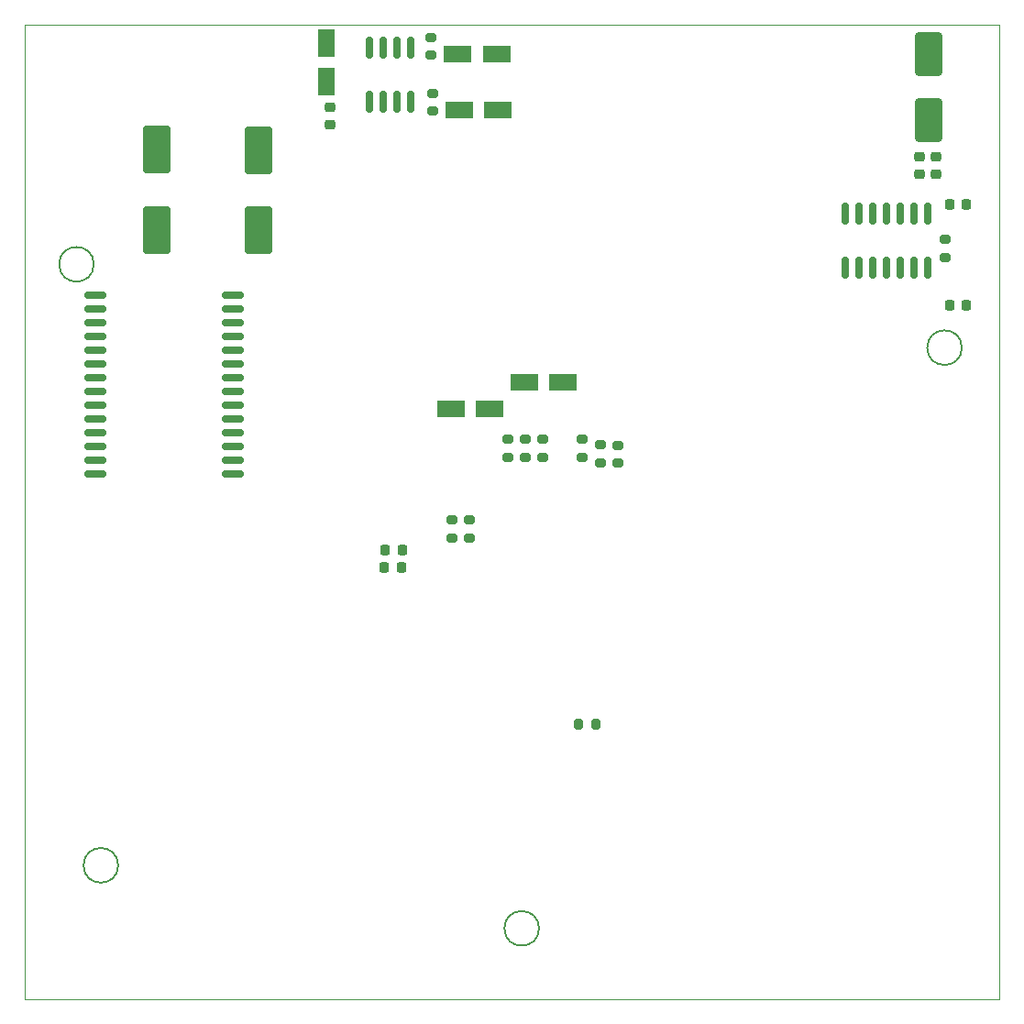
<source format=gtp>
%TF.GenerationSoftware,KiCad,Pcbnew,8.0.7-1.fc39*%
%TF.CreationDate,2025-01-27T15:10:01+03:00*%
%TF.ProjectId,rev.1_f,7265762e-315f-4662-9e6b-696361645f70,rev?*%
%TF.SameCoordinates,Original*%
%TF.FileFunction,Paste,Top*%
%TF.FilePolarity,Positive*%
%FSLAX46Y46*%
G04 Gerber Fmt 4.6, Leading zero omitted, Abs format (unit mm)*
G04 Created by KiCad (PCBNEW 8.0.7-1.fc39) date 2025-01-27 15:10:01*
%MOMM*%
%LPD*%
G01*
G04 APERTURE LIST*
G04 Aperture macros list*
%AMRoundRect*
0 Rectangle with rounded corners*
0 $1 Rounding radius*
0 $2 $3 $4 $5 $6 $7 $8 $9 X,Y pos of 4 corners*
0 Add a 4 corners polygon primitive as box body*
4,1,4,$2,$3,$4,$5,$6,$7,$8,$9,$2,$3,0*
0 Add four circle primitives for the rounded corners*
1,1,$1+$1,$2,$3*
1,1,$1+$1,$4,$5*
1,1,$1+$1,$6,$7*
1,1,$1+$1,$8,$9*
0 Add four rect primitives between the rounded corners*
20,1,$1+$1,$2,$3,$4,$5,0*
20,1,$1+$1,$4,$5,$6,$7,0*
20,1,$1+$1,$6,$7,$8,$9,0*
20,1,$1+$1,$8,$9,$2,$3,0*%
G04 Aperture macros list end*
%ADD10RoundRect,0.200000X-0.275000X0.200000X-0.275000X-0.200000X0.275000X-0.200000X0.275000X0.200000X0*%
%ADD11RoundRect,0.225000X-0.250000X0.225000X-0.250000X-0.225000X0.250000X-0.225000X0.250000X0.225000X0*%
%ADD12RoundRect,0.200000X0.275000X-0.200000X0.275000X0.200000X-0.275000X0.200000X-0.275000X-0.200000X0*%
%ADD13RoundRect,0.218750X-0.218750X-0.256250X0.218750X-0.256250X0.218750X0.256250X-0.218750X0.256250X0*%
%ADD14RoundRect,0.150000X-0.150000X0.825000X-0.150000X-0.825000X0.150000X-0.825000X0.150000X0.825000X0*%
%ADD15RoundRect,0.225000X-0.225000X-0.250000X0.225000X-0.250000X0.225000X0.250000X-0.225000X0.250000X0*%
%ADD16RoundRect,0.250000X-1.050000X-0.550000X1.050000X-0.550000X1.050000X0.550000X-1.050000X0.550000X0*%
%ADD17RoundRect,0.150000X0.875000X0.150000X-0.875000X0.150000X-0.875000X-0.150000X0.875000X-0.150000X0*%
%ADD18RoundRect,0.200000X0.200000X0.275000X-0.200000X0.275000X-0.200000X-0.275000X0.200000X-0.275000X0*%
%ADD19RoundRect,0.250000X-1.000000X1.950000X-1.000000X-1.950000X1.000000X-1.950000X1.000000X1.950000X0*%
%ADD20RoundRect,0.218750X-0.256250X0.218750X-0.256250X-0.218750X0.256250X-0.218750X0.256250X0.218750X0*%
%ADD21RoundRect,0.250000X1.000000X-1.750000X1.000000X1.750000X-1.000000X1.750000X-1.000000X-1.750000X0*%
%ADD22RoundRect,0.250000X0.550000X-1.050000X0.550000X1.050000X-0.550000X1.050000X-0.550000X-1.050000X0*%
%ADD23RoundRect,0.150000X0.150000X-0.825000X0.150000X0.825000X-0.150000X0.825000X-0.150000X-0.825000X0*%
%TA.AperFunction,Profile*%
%ADD24C,0.200000*%
%TD*%
%TA.AperFunction,Profile*%
%ADD25C,0.100000*%
%TD*%
G04 APERTURE END LIST*
D10*
%TO.C,R15*%
X156595000Y-92455000D03*
X156595000Y-94105000D03*
%TD*%
D11*
%TO.C,C43*%
X189305000Y-66360000D03*
X189305000Y-67910000D03*
%TD*%
D12*
%TO.C,R34*%
X142655000Y-56975000D03*
X142655000Y-55325000D03*
%TD*%
D13*
%TO.C,L5*%
X138327500Y-104270000D03*
X139902500Y-104270000D03*
%TD*%
D14*
%TO.C,DA2*%
X140755000Y-56270000D03*
X139485000Y-56270000D03*
X138215000Y-56270000D03*
X136945000Y-56270000D03*
X136945000Y-61220000D03*
X138215000Y-61220000D03*
X139485000Y-61220000D03*
X140755000Y-61220000D03*
%TD*%
D11*
%TO.C,C27*%
X133285000Y-61795000D03*
X133285000Y-63345000D03*
%TD*%
D15*
%TO.C,C30*%
X190510000Y-70770000D03*
X192060000Y-70770000D03*
%TD*%
D10*
%TO.C,R14*%
X159905000Y-92985000D03*
X159905000Y-94635000D03*
%TD*%
D16*
%TO.C,C23*%
X151235000Y-87160000D03*
X154835000Y-87160000D03*
%TD*%
D10*
%TO.C,R17*%
X149755000Y-92445000D03*
X149755000Y-94095000D03*
%TD*%
D17*
%TO.C,DD6*%
X124350000Y-95670000D03*
X124350000Y-94400000D03*
X124350000Y-93130000D03*
X124350000Y-91860000D03*
X124350000Y-90590000D03*
X124350000Y-89320000D03*
X124350000Y-88050000D03*
X124350000Y-86780000D03*
X124350000Y-85510000D03*
X124350000Y-84240000D03*
X124350000Y-82970000D03*
X124350000Y-81700000D03*
X124350000Y-80430000D03*
X124350000Y-79160000D03*
X111650000Y-79160000D03*
X111650000Y-80430000D03*
X111650000Y-81700000D03*
X111650000Y-82970000D03*
X111650000Y-84240000D03*
X111650000Y-85510000D03*
X111650000Y-86780000D03*
X111650000Y-88050000D03*
X111650000Y-89320000D03*
X111650000Y-90590000D03*
X111650000Y-91860000D03*
X111650000Y-93130000D03*
X111650000Y-94400000D03*
X111650000Y-95670000D03*
%TD*%
D18*
%TO.C,R2*%
X157890000Y-118750000D03*
X156240000Y-118750000D03*
%TD*%
D15*
%TO.C,C8*%
X138410000Y-102620000D03*
X139960000Y-102620000D03*
%TD*%
D12*
%TO.C,R37*%
X190105000Y-75610000D03*
X190105000Y-73960000D03*
%TD*%
D15*
%TO.C,C31*%
X190550000Y-80080000D03*
X192100000Y-80080000D03*
%TD*%
D10*
%TO.C,R18*%
X152935000Y-92455000D03*
X152935000Y-94105000D03*
%TD*%
D19*
%TO.C,C3*%
X117305000Y-65680000D03*
X117305000Y-73080000D03*
%TD*%
D10*
%TO.C,R13*%
X158275000Y-92965000D03*
X158275000Y-94615000D03*
%TD*%
D20*
%TO.C,L15*%
X187715000Y-66342500D03*
X187715000Y-67917500D03*
%TD*%
D21*
%TO.C,C41*%
X188595000Y-62950000D03*
X188595000Y-56850000D03*
%TD*%
D22*
%TO.C,C28*%
X132975000Y-59420000D03*
X132975000Y-55820000D03*
%TD*%
D10*
%TO.C,R16*%
X151385000Y-92455000D03*
X151385000Y-94105000D03*
%TD*%
D23*
%TO.C,DD9*%
X180895000Y-76550000D03*
X182165000Y-76550000D03*
X183435000Y-76550000D03*
X184705000Y-76550000D03*
X185975000Y-76550000D03*
X187245000Y-76550000D03*
X188515000Y-76550000D03*
X188515000Y-71600000D03*
X187245000Y-71600000D03*
X185975000Y-71600000D03*
X184705000Y-71600000D03*
X183435000Y-71600000D03*
X182165000Y-71600000D03*
X180895000Y-71600000D03*
%TD*%
D19*
%TO.C,C9*%
X126725000Y-65750000D03*
X126725000Y-73150000D03*
%TD*%
D16*
%TO.C,C24*%
X144455000Y-89590000D03*
X148055000Y-89590000D03*
%TD*%
%TO.C,C37*%
X145225000Y-62010000D03*
X148825000Y-62010000D03*
%TD*%
D12*
%TO.C,R35*%
X142825000Y-62115000D03*
X142825000Y-60465000D03*
%TD*%
%TO.C,R10*%
X144605000Y-101535000D03*
X144605000Y-99885000D03*
%TD*%
%TO.C,R9*%
X146205000Y-101535000D03*
X146205000Y-99885000D03*
%TD*%
D16*
%TO.C,C36*%
X145095000Y-56850000D03*
X148695000Y-56850000D03*
%TD*%
D24*
X191665000Y-83970000D02*
G75*
G02*
X188465000Y-83970000I-1600000J0D01*
G01*
X188465000Y-83970000D02*
G75*
G02*
X191665000Y-83970000I1600000J0D01*
G01*
X113745000Y-131780000D02*
G75*
G02*
X110545000Y-131780000I-1600000J0D01*
G01*
X110545000Y-131780000D02*
G75*
G02*
X113745000Y-131780000I1600000J0D01*
G01*
D25*
X195135000Y-54130000D02*
X195135000Y-144130000D01*
D24*
X111495000Y-76270000D02*
G75*
G02*
X108295000Y-76270000I-1600000J0D01*
G01*
X108295000Y-76270000D02*
G75*
G02*
X111495000Y-76270000I1600000J0D01*
G01*
D25*
X195135000Y-54130000D02*
X105135000Y-54130000D01*
D24*
X152615000Y-137600000D02*
G75*
G02*
X149415000Y-137600000I-1600000J0D01*
G01*
X149415000Y-137600000D02*
G75*
G02*
X152615000Y-137600000I1600000J0D01*
G01*
D25*
X105135000Y-144130000D02*
X105135000Y-54130000D01*
X195135000Y-144130000D02*
X105135000Y-144130000D01*
M02*

</source>
